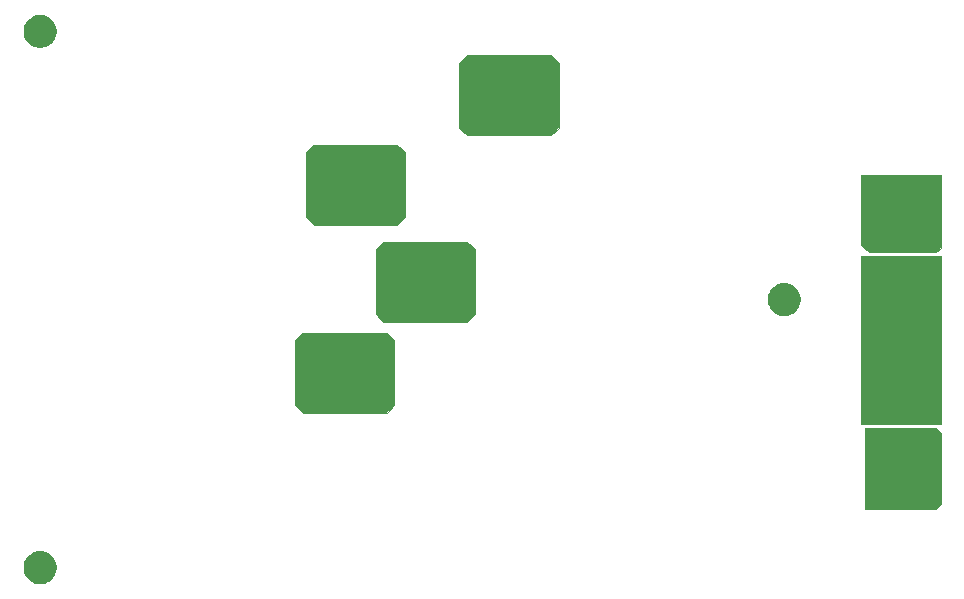
<source format=gbs>
G04 #@! TF.GenerationSoftware,KiCad,Pcbnew,(5.1.4)-1*
G04 #@! TF.CreationDate,2019-10-29T10:24:40+09:00*
G04 #@! TF.ProjectId,Buck_boost,4275636b-5f62-46f6-9f73-742e6b696361,rev?*
G04 #@! TF.SameCoordinates,Original*
G04 #@! TF.FileFunction,Soldermask,Bot*
G04 #@! TF.FilePolarity,Negative*
%FSLAX46Y46*%
G04 Gerber Fmt 4.6, Leading zero omitted, Abs format (unit mm)*
G04 Created by KiCad (PCBNEW (5.1.4)-1) date 2019-10-29 10:24:40*
%MOMM*%
%LPD*%
G04 APERTURE LIST*
%ADD10C,0.100000*%
G04 APERTURE END LIST*
D10*
G36*
X209750000Y-130550000D02*
G01*
X203000000Y-130550000D01*
X203000000Y-116350000D01*
X209750000Y-116350000D01*
X209750000Y-130550000D01*
G37*
X209750000Y-130550000D02*
X203000000Y-130550000D01*
X203000000Y-116350000D01*
X209750000Y-116350000D01*
X209750000Y-130550000D01*
G36*
X209750000Y-131300000D02*
G01*
X209750000Y-137300000D01*
X209350000Y-137700000D01*
X203350000Y-137700000D01*
X203350000Y-130900000D01*
X209350000Y-130900000D01*
X209750000Y-131300000D01*
G37*
X209750000Y-131300000D02*
X209750000Y-137300000D01*
X209350000Y-137700000D01*
X203350000Y-137700000D01*
X203350000Y-130900000D01*
X209350000Y-130900000D01*
X209750000Y-131300000D01*
G36*
X209750000Y-115600000D02*
G01*
X209350000Y-116000000D01*
X203650000Y-116000000D01*
X203000000Y-115350000D01*
X203000000Y-109500000D01*
X209750000Y-109500000D01*
X209750000Y-115600000D01*
G37*
X209750000Y-115600000D02*
X209350000Y-116000000D01*
X203650000Y-116000000D01*
X203000000Y-115350000D01*
X203000000Y-109500000D01*
X209750000Y-109500000D01*
X209750000Y-115600000D01*
G36*
X163500000Y-123450000D02*
G01*
X163500000Y-128950000D01*
X162850000Y-129600000D01*
X155750000Y-129600000D01*
X155100000Y-128950000D01*
X155100000Y-123450000D01*
X155750000Y-122800000D01*
X162850000Y-122800000D01*
X163500000Y-123450000D01*
G37*
X163500000Y-123450000D02*
X163500000Y-128950000D01*
X162850000Y-129600000D01*
X155750000Y-129600000D01*
X155100000Y-128950000D01*
X155100000Y-123450000D01*
X155750000Y-122800000D01*
X162850000Y-122800000D01*
X163500000Y-123450000D01*
G36*
X170300000Y-115750000D02*
G01*
X170300000Y-121250000D01*
X169650000Y-121900000D01*
X162550000Y-121900000D01*
X161900000Y-121250000D01*
X161900000Y-115750000D01*
X162550000Y-115100000D01*
X169650000Y-115100000D01*
X170300000Y-115750000D01*
G37*
X170300000Y-115750000D02*
X170300000Y-121250000D01*
X169650000Y-121900000D01*
X162550000Y-121900000D01*
X161900000Y-121250000D01*
X161900000Y-115750000D01*
X162550000Y-115100000D01*
X169650000Y-115100000D01*
X170300000Y-115750000D01*
G36*
X164400000Y-107550000D02*
G01*
X164400000Y-113050000D01*
X163750000Y-113700000D01*
X156650000Y-113700000D01*
X156000000Y-113050000D01*
X156000000Y-107550000D01*
X156650000Y-106900000D01*
X163750000Y-106900000D01*
X164400000Y-107550000D01*
G37*
X164400000Y-107550000D02*
X164400000Y-113050000D01*
X163750000Y-113700000D01*
X156650000Y-113700000D01*
X156000000Y-113050000D01*
X156000000Y-107550000D01*
X156650000Y-106900000D01*
X163750000Y-106900000D01*
X164400000Y-107550000D01*
G36*
X177400000Y-99950000D02*
G01*
X177400000Y-105450000D01*
X176750000Y-106100000D01*
X169650000Y-106100000D01*
X169000000Y-105450000D01*
X169000000Y-99950000D01*
X169650000Y-99300000D01*
X176750000Y-99300000D01*
X177400000Y-99950000D01*
G37*
X177400000Y-99950000D02*
X177400000Y-105450000D01*
X176750000Y-106100000D01*
X169650000Y-106100000D01*
X169000000Y-105450000D01*
X169000000Y-99950000D01*
X169650000Y-99300000D01*
X176750000Y-99300000D01*
X177400000Y-99950000D01*
G36*
X133818433Y-141334893D02*
G01*
X133908657Y-141352839D01*
X134014267Y-141396585D01*
X134163621Y-141458449D01*
X134163622Y-141458450D01*
X134393086Y-141611772D01*
X134588228Y-141806914D01*
X134690675Y-141960237D01*
X134741551Y-142036379D01*
X134847161Y-142291344D01*
X134901000Y-142562012D01*
X134901000Y-142837988D01*
X134847161Y-143108656D01*
X134741551Y-143363621D01*
X134741550Y-143363622D01*
X134588228Y-143593086D01*
X134393086Y-143788228D01*
X134239763Y-143890675D01*
X134163621Y-143941551D01*
X134014267Y-144003415D01*
X133908657Y-144047161D01*
X133818433Y-144065107D01*
X133637988Y-144101000D01*
X133362012Y-144101000D01*
X133181567Y-144065107D01*
X133091343Y-144047161D01*
X132985733Y-144003415D01*
X132836379Y-143941551D01*
X132760237Y-143890675D01*
X132606914Y-143788228D01*
X132411772Y-143593086D01*
X132258450Y-143363622D01*
X132258449Y-143363621D01*
X132152839Y-143108656D01*
X132099000Y-142837988D01*
X132099000Y-142562012D01*
X132152839Y-142291344D01*
X132258449Y-142036379D01*
X132309325Y-141960237D01*
X132411772Y-141806914D01*
X132606914Y-141611772D01*
X132836378Y-141458450D01*
X132836379Y-141458449D01*
X132985733Y-141396585D01*
X133091343Y-141352839D01*
X133181567Y-141334893D01*
X133362012Y-141299000D01*
X133637988Y-141299000D01*
X133818433Y-141334893D01*
X133818433Y-141334893D01*
G37*
G36*
X196818433Y-118634893D02*
G01*
X196908657Y-118652839D01*
X197014267Y-118696585D01*
X197163621Y-118758449D01*
X197163622Y-118758450D01*
X197393086Y-118911772D01*
X197588228Y-119106914D01*
X197690675Y-119260237D01*
X197741551Y-119336379D01*
X197847161Y-119591344D01*
X197901000Y-119862012D01*
X197901000Y-120137988D01*
X197847161Y-120408656D01*
X197741551Y-120663621D01*
X197741550Y-120663622D01*
X197588228Y-120893086D01*
X197393086Y-121088228D01*
X197239763Y-121190675D01*
X197163621Y-121241551D01*
X197014267Y-121303415D01*
X196908657Y-121347161D01*
X196818433Y-121365107D01*
X196637988Y-121401000D01*
X196362012Y-121401000D01*
X196181567Y-121365107D01*
X196091343Y-121347161D01*
X195985733Y-121303415D01*
X195836379Y-121241551D01*
X195760237Y-121190675D01*
X195606914Y-121088228D01*
X195411772Y-120893086D01*
X195258450Y-120663622D01*
X195258449Y-120663621D01*
X195152839Y-120408656D01*
X195099000Y-120137988D01*
X195099000Y-119862012D01*
X195152839Y-119591344D01*
X195258449Y-119336379D01*
X195309325Y-119260237D01*
X195411772Y-119106914D01*
X195606914Y-118911772D01*
X195836378Y-118758450D01*
X195836379Y-118758449D01*
X195985733Y-118696585D01*
X196091343Y-118652839D01*
X196181567Y-118634893D01*
X196362012Y-118599000D01*
X196637988Y-118599000D01*
X196818433Y-118634893D01*
X196818433Y-118634893D01*
G37*
G36*
X133818433Y-95934893D02*
G01*
X133908657Y-95952839D01*
X134014267Y-95996585D01*
X134163621Y-96058449D01*
X134163622Y-96058450D01*
X134393086Y-96211772D01*
X134588228Y-96406914D01*
X134690675Y-96560237D01*
X134741551Y-96636379D01*
X134847161Y-96891344D01*
X134901000Y-97162012D01*
X134901000Y-97437988D01*
X134847161Y-97708656D01*
X134741551Y-97963621D01*
X134741550Y-97963622D01*
X134588228Y-98193086D01*
X134393086Y-98388228D01*
X134239763Y-98490675D01*
X134163621Y-98541551D01*
X134014267Y-98603415D01*
X133908657Y-98647161D01*
X133818433Y-98665107D01*
X133637988Y-98701000D01*
X133362012Y-98701000D01*
X133181567Y-98665107D01*
X133091343Y-98647161D01*
X132985733Y-98603415D01*
X132836379Y-98541551D01*
X132760237Y-98490675D01*
X132606914Y-98388228D01*
X132411772Y-98193086D01*
X132258450Y-97963622D01*
X132258449Y-97963621D01*
X132152839Y-97708656D01*
X132099000Y-97437988D01*
X132099000Y-97162012D01*
X132152839Y-96891344D01*
X132258449Y-96636379D01*
X132309325Y-96560237D01*
X132411772Y-96406914D01*
X132606914Y-96211772D01*
X132836378Y-96058450D01*
X132836379Y-96058449D01*
X132985733Y-95996585D01*
X133091343Y-95952839D01*
X133181567Y-95934893D01*
X133362012Y-95899000D01*
X133637988Y-95899000D01*
X133818433Y-95934893D01*
X133818433Y-95934893D01*
G37*
M02*

</source>
